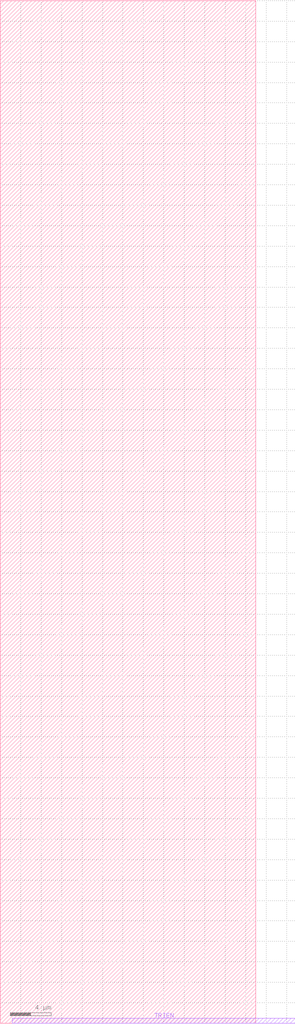
<source format=lef>
VERSION 5.8 ;
BUSBITCHARS "[]" ;
DIVIDERCHAR "/" ;

SITE IO_SITE
  CLASS PAD ;
  SIZE 1 BY 150 ;
END IO_SITE

MACRO PAD
  CLASS PAD ;
  ORIGIN 0 0 ;
  SIZE 25 BY 100 ;
  SYMMETRY X Y ;
  SITE IO_SITE ;
  PIN PAD
    DIRECTION INOUT ;
    USE SIGNAL ;
  END PAD
  PIN Y
    DIRECTION OUTPUT ;
    USE SIGNAL ;
  END Y
  PIN TRIEN
    DIRECTION INPUT ;
    USE SIGNAL ;
    PORT
      LAYER metal4 ;
        RECT 1.15 0 28.85 0.5 ;
    END
  END TRIEN
  PIN RXEN
    DIRECTION INPUT ;
    USE SIGNAL ;
  END RXEN
  PIN DATA
    DIRECTION INPUT ;
    USE SIGNAL ;
  END DATA
  PIN NDIN
    DIRECTION INPUT ;
    USE SIGNAL ;
  END NDIN
END PAD


</source>
